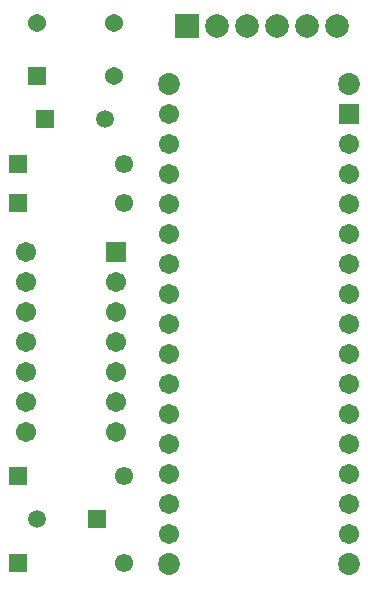
<source format=gts>
G04*
G04 #@! TF.GenerationSoftware,Altium Limited,Altium Designer,21.9.1 (22)*
G04*
G04 Layer_Color=8388736*
%FSLAX25Y25*%
%MOIN*%
G70*
G04*
G04 #@! TF.SameCoordinates,04C95DCE-10AD-4B50-8E95-557A3389731F*
G04*
G04*
G04 #@! TF.FilePolarity,Negative*
G04*
G01*
G75*
%ADD15C,0.07887*%
%ADD16R,0.07887X0.07887*%
%ADD17C,0.05918*%
%ADD18R,0.05918X0.05918*%
%ADD19C,0.06063*%
%ADD20R,0.06063X0.06063*%
%ADD21C,0.06737*%
%ADD22R,0.06706X0.06706*%
%ADD23C,0.06706*%
%ADD24R,0.06737X0.06737*%
%ADD25C,0.07300*%
%ADD26R,0.06115X0.06115*%
%ADD27C,0.06115*%
D15*
X235500Y288000D02*
D03*
X225500D02*
D03*
X215500D02*
D03*
X195500D02*
D03*
X205500D02*
D03*
D16*
X185500D02*
D03*
D17*
X158453Y257000D02*
D03*
X135547Y123500D02*
D03*
D18*
X138453Y257000D02*
D03*
X155547Y123500D02*
D03*
D19*
X161295Y288858D02*
D03*
X135705D02*
D03*
X161295Y271142D02*
D03*
D20*
X135705D02*
D03*
D21*
X179500Y188500D02*
D03*
X239500Y248500D02*
D03*
Y238500D02*
D03*
Y228500D02*
D03*
Y218500D02*
D03*
Y208500D02*
D03*
Y198500D02*
D03*
Y188500D02*
D03*
Y178500D02*
D03*
Y168500D02*
D03*
Y158500D02*
D03*
Y148500D02*
D03*
Y138500D02*
D03*
Y128500D02*
D03*
Y118500D02*
D03*
X179500D02*
D03*
Y128500D02*
D03*
Y138500D02*
D03*
Y148500D02*
D03*
Y158500D02*
D03*
Y168500D02*
D03*
Y178500D02*
D03*
Y198500D02*
D03*
Y208500D02*
D03*
Y218500D02*
D03*
Y228500D02*
D03*
Y238500D02*
D03*
Y248500D02*
D03*
Y258500D02*
D03*
D22*
X162000Y212500D02*
D03*
D23*
Y202500D02*
D03*
Y192500D02*
D03*
Y182500D02*
D03*
Y172500D02*
D03*
Y162500D02*
D03*
Y152500D02*
D03*
X132000Y212500D02*
D03*
Y202500D02*
D03*
Y192500D02*
D03*
Y182500D02*
D03*
Y172500D02*
D03*
Y162500D02*
D03*
Y152500D02*
D03*
D24*
X239500Y258500D02*
D03*
D25*
Y108500D02*
D03*
X179500D02*
D03*
X239500Y268500D02*
D03*
X179500D02*
D03*
D26*
X129283Y138000D02*
D03*
Y109000D02*
D03*
Y229000D02*
D03*
Y242000D02*
D03*
D27*
X164717Y138000D02*
D03*
Y109000D02*
D03*
Y229000D02*
D03*
Y242000D02*
D03*
M02*

</source>
